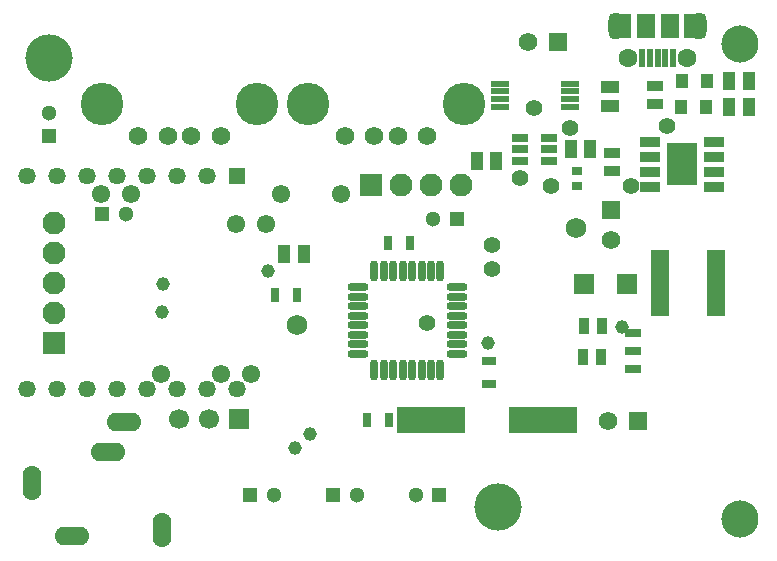
<source format=gts>
G04*
G04 #@! TF.GenerationSoftware,Altium Limited,Altium Designer,23.4.1 (23)*
G04*
G04 Layer_Color=8388736*
%FSLAX25Y25*%
%MOIN*%
G70*
G04*
G04 #@! TF.SameCoordinates,34C706FF-D981-4061-8AA4-72CC7803A1E3*
G04*
G04*
G04 #@! TF.FilePolarity,Negative*
G04*
G01*
G75*
%ADD17C,0.01968*%
%ADD18R,0.06496X0.08071*%
%ADD19R,0.06299X0.22441*%
%ADD20R,0.05512X0.02953*%
%ADD21R,0.03937X0.05906*%
%ADD22R,0.03197X0.02985*%
%ADD23R,0.03740X0.05315*%
%ADD24R,0.04331X0.04724*%
%ADD25R,0.05315X0.03150*%
%ADD26R,0.02165X0.05906*%
%ADD27R,0.02756X0.05118*%
%ADD28R,0.06693X0.06614*%
%ADD29O,0.07087X0.02756*%
%ADD30O,0.02756X0.07087*%
%ADD31R,0.22638X0.08858*%
%ADD32R,0.10484X0.13984*%
%ADD33R,0.06594X0.03347*%
%ADD34R,0.06398X0.02362*%
%ADD35R,0.05118X0.02756*%
%ADD36R,0.05906X0.03937*%
%ADD37R,0.05315X0.03740*%
%ADD38C,0.15748*%
G04:AMPARAMS|DCode=39|XSize=84.65mil|YSize=45.28mil|CornerRadius=12.8mil|HoleSize=0mil|Usage=FLASHONLY|Rotation=270.000|XOffset=0mil|YOffset=0mil|HoleType=Round|Shape=RoundedRectangle|*
%AMROUNDEDRECTD39*
21,1,0.08465,0.01968,0,0,270.0*
21,1,0.05906,0.04528,0,0,270.0*
1,1,0.02559,-0.00984,-0.02953*
1,1,0.02559,-0.00984,0.02953*
1,1,0.02559,0.00984,0.02953*
1,1,0.02559,0.00984,-0.02953*
%
%ADD39ROUNDEDRECTD39*%
%ADD40C,0.14173*%
%ADD41C,0.06299*%
%ADD42C,0.05740*%
%ADD43R,0.05740X0.05740*%
%ADD44C,0.06102*%
%ADD45C,0.06890*%
%ADD46C,0.07677*%
%ADD47R,0.07677X0.07677*%
%ADD48O,0.11614X0.06102*%
%ADD49O,0.06102X0.11614*%
%ADD50C,0.06181*%
%ADD51C,0.06693*%
%ADD52R,0.06693X0.06693*%
%ADD53R,0.05118X0.05118*%
%ADD54C,0.05118*%
%ADD55R,0.06181X0.06181*%
%ADD56C,0.06181*%
%ADD57R,0.07677X0.07677*%
%ADD58R,0.06181X0.06181*%
%ADD59R,0.05118X0.05118*%
%ADD60C,0.04528*%
%ADD61C,0.12402*%
%ADD62C,0.05591*%
G36*
X209495Y180214D02*
X209540Y180203D01*
X209583Y180185D01*
X209623Y180161D01*
X209658Y180131D01*
X209688Y180095D01*
X209713Y180056D01*
X209731Y180013D01*
X209741Y179968D01*
X209745Y179921D01*
Y172441D01*
X209741Y172395D01*
X209731Y172349D01*
X209713Y172307D01*
X209688Y172267D01*
X209658Y172231D01*
X209623Y172201D01*
X209583Y172177D01*
X209540Y172159D01*
X209495Y172148D01*
X209449Y172145D01*
X204331D01*
X204284Y172148D01*
X204239Y172159D01*
X204196Y172177D01*
X204157Y172201D01*
X204121Y172231D01*
X204091Y172267D01*
X204067Y172307D01*
X204049Y172349D01*
X204038Y172395D01*
X204034Y172441D01*
Y174113D01*
X202362D01*
X202316Y174117D01*
X202271Y174128D01*
X202228Y174145D01*
X202188Y174170D01*
X202158Y174196D01*
X202153Y174200D01*
Y174200D01*
X202153D01*
X202148Y174205D01*
X202123Y174235D01*
X202098Y174275D01*
X202081Y174318D01*
X202070Y174363D01*
X202066Y174409D01*
X202066Y177953D01*
Y177953D01*
D01*
X202070Y177999D01*
X202080Y178044D01*
X202098Y178087D01*
X202123Y178127D01*
X202148Y178157D01*
X202153Y178162D01*
X202153D01*
Y178162D01*
X202158Y178167D01*
X202188Y178192D01*
X202228Y178217D01*
X202271Y178234D01*
X202316Y178245D01*
X202362Y178249D01*
D01*
X202362D01*
X204034D01*
Y179921D01*
X204038Y179968D01*
X204049Y180013D01*
X204067Y180056D01*
X204091Y180095D01*
X204121Y180131D01*
X204157Y180161D01*
X204196Y180185D01*
X204239Y180203D01*
X204284Y180214D01*
X204331Y180218D01*
X209449D01*
X209495Y180214D01*
D02*
G37*
G36*
X232723D02*
X232769Y180203D01*
X232812Y180185D01*
X232851Y180161D01*
X232887Y180131D01*
X232917Y180095D01*
X232941Y180056D01*
X232959Y180013D01*
X232970Y179968D01*
X232973Y179921D01*
Y178249D01*
X234646D01*
X234692Y178245D01*
X234737Y178235D01*
X234780Y178217D01*
X234820Y178192D01*
X234850Y178167D01*
X234855Y178162D01*
Y178162D01*
X234855D01*
X234859Y178157D01*
X234885Y178127D01*
X234910Y178087D01*
X234927Y178044D01*
X234938Y177999D01*
X234942Y177953D01*
X234942Y174409D01*
Y174409D01*
D01*
X234938Y174363D01*
X234927Y174318D01*
X234910Y174275D01*
X234885Y174235D01*
X234859Y174205D01*
X234855Y174200D01*
X234855D01*
Y174200D01*
X234850Y174196D01*
X234820Y174170D01*
X234780Y174145D01*
X234737Y174128D01*
X234692Y174117D01*
X234646Y174113D01*
D01*
X234646D01*
X232973D01*
Y172441D01*
X232970Y172395D01*
X232959Y172349D01*
X232941Y172307D01*
X232917Y172267D01*
X232887Y172231D01*
X232851Y172201D01*
X232812Y172177D01*
X232769Y172159D01*
X232723Y172148D01*
X232677Y172145D01*
X227559D01*
X227513Y172148D01*
X227467Y172159D01*
X227425Y172177D01*
X227385Y172201D01*
X227350Y172231D01*
X227319Y172267D01*
X227295Y172307D01*
X227277Y172349D01*
X227267Y172395D01*
X227263Y172441D01*
Y179921D01*
X227267Y179968D01*
X227277Y180013D01*
X227295Y180056D01*
X227319Y180095D01*
X227350Y180131D01*
X227385Y180161D01*
X227425Y180185D01*
X227467Y180203D01*
X227513Y180214D01*
X227559Y180218D01*
X232677D01*
X232723Y180214D01*
D02*
G37*
D17*
X233661Y177953D02*
X233169Y178805D01*
X232185D01*
X231693Y177953D01*
X232185Y177100D01*
X233169D01*
X233661Y177953D01*
Y174409D02*
X233169Y175262D01*
X232185D01*
X231693Y174409D01*
X232185Y173557D01*
X233169D01*
X233661Y174409D01*
X205315Y177953D02*
X204823Y178805D01*
X203839D01*
X203346Y177953D01*
X203839Y177100D01*
X204823D01*
X205315Y177953D01*
Y174409D02*
X204823Y175262D01*
X203839D01*
X203346Y174409D01*
X203839Y173557D01*
X204823D01*
X205315Y174409D01*
D18*
X222441Y176181D02*
D03*
X214567D02*
D03*
D19*
X219390Y90453D02*
D03*
X237894D02*
D03*
D20*
X210138Y61693D02*
D03*
Y67716D02*
D03*
Y73740D02*
D03*
D21*
X189567Y135039D02*
D03*
X196063D02*
D03*
X164665Y131299D02*
D03*
X158169D02*
D03*
X100492Y100295D02*
D03*
X93996D02*
D03*
X242323Y157874D02*
D03*
X248819D02*
D03*
X242323Y149114D02*
D03*
X248819D02*
D03*
D22*
X191535Y122728D02*
D03*
Y127665D02*
D03*
D23*
X193898Y76279D02*
D03*
X199803D02*
D03*
X199606Y65945D02*
D03*
X193701D02*
D03*
D24*
X234449Y149114D02*
D03*
X226181D02*
D03*
X226673Y157874D02*
D03*
X234941D02*
D03*
D25*
X172539Y138779D02*
D03*
Y135039D02*
D03*
Y131299D02*
D03*
X182382D02*
D03*
Y135039D02*
D03*
Y138779D02*
D03*
D26*
X223622Y165551D02*
D03*
X221063D02*
D03*
X218504D02*
D03*
X215945D02*
D03*
X213386D02*
D03*
D27*
X128937Y44882D02*
D03*
X121457D02*
D03*
X90945Y86614D02*
D03*
X98425D02*
D03*
X128543Y103937D02*
D03*
X136024D02*
D03*
D28*
X194035Y90256D02*
D03*
X208130D02*
D03*
D29*
X118504Y66929D02*
D03*
Y70079D02*
D03*
Y73228D02*
D03*
Y76378D02*
D03*
Y79528D02*
D03*
Y82677D02*
D03*
Y85827D02*
D03*
Y88976D02*
D03*
X151575D02*
D03*
Y85827D02*
D03*
Y82677D02*
D03*
Y79528D02*
D03*
Y76378D02*
D03*
Y73228D02*
D03*
Y70079D02*
D03*
Y66929D02*
D03*
D30*
X124016Y94488D02*
D03*
X127165D02*
D03*
X130315D02*
D03*
X133465D02*
D03*
X136614D02*
D03*
X139764D02*
D03*
X142913D02*
D03*
X146063D02*
D03*
Y61417D02*
D03*
X142913D02*
D03*
X139764D02*
D03*
X136614D02*
D03*
X133465D02*
D03*
X130315D02*
D03*
X127165D02*
D03*
X124016D02*
D03*
D31*
X142913Y44882D02*
D03*
X180315D02*
D03*
D32*
X226476Y130020D02*
D03*
D33*
X237154Y137520D02*
D03*
Y132520D02*
D03*
Y127520D02*
D03*
Y122520D02*
D03*
X215799D02*
D03*
Y127520D02*
D03*
Y132520D02*
D03*
Y137520D02*
D03*
D34*
X166071Y156898D02*
D03*
Y154339D02*
D03*
Y151779D02*
D03*
Y149221D02*
D03*
X189205D02*
D03*
Y151779D02*
D03*
Y154339D02*
D03*
Y156898D02*
D03*
D35*
X162205Y64370D02*
D03*
Y56890D02*
D03*
D36*
X202756Y155807D02*
D03*
Y149311D02*
D03*
D37*
X217520Y156102D02*
D03*
Y150197D02*
D03*
X203346Y133760D02*
D03*
Y127854D02*
D03*
D38*
X165354Y15748D02*
D03*
X15748Y165354D02*
D03*
D39*
X232283Y176181D02*
D03*
X204724D02*
D03*
D40*
X153819Y150039D02*
D03*
X102087D02*
D03*
X84921Y150079D02*
D03*
X33189D02*
D03*
D41*
X228346Y165551D02*
D03*
X208661D02*
D03*
D42*
X48307Y126051D02*
D03*
X38307D02*
D03*
X48307Y55051D02*
D03*
X38307D02*
D03*
X28307Y126051D02*
D03*
X58307D02*
D03*
Y55051D02*
D03*
X28307D02*
D03*
X68307Y126051D02*
D03*
Y55051D02*
D03*
X18307Y126051D02*
D03*
Y55051D02*
D03*
X78307D02*
D03*
X8307Y126051D02*
D03*
Y55051D02*
D03*
D43*
X78307Y126051D02*
D03*
D44*
X87795Y110236D02*
D03*
X77795D02*
D03*
X52795Y60236D02*
D03*
X72795D02*
D03*
X82795D02*
D03*
X42795Y120236D02*
D03*
X92795D02*
D03*
X112795D02*
D03*
X32795D02*
D03*
D45*
X98425Y76378D02*
D03*
X191240Y108957D02*
D03*
D46*
X142795Y123228D02*
D03*
X132795D02*
D03*
X152795D02*
D03*
X17323Y110551D02*
D03*
Y80551D02*
D03*
Y90551D02*
D03*
Y100551D02*
D03*
D47*
X122795Y123228D02*
D03*
D48*
X23425Y6102D02*
D03*
X40748Y44291D02*
D03*
X35236Y34055D02*
D03*
D49*
X53347Y8071D02*
D03*
X10039Y23819D02*
D03*
D50*
X72835Y139409D02*
D03*
X45276D02*
D03*
X62992D02*
D03*
X55118D02*
D03*
X124016Y139370D02*
D03*
X131890D02*
D03*
X114173D02*
D03*
X141732D02*
D03*
D51*
X59055Y45276D02*
D03*
X69055D02*
D03*
D52*
X79055D02*
D03*
D53*
X33366Y113484D02*
D03*
X151575Y111811D02*
D03*
X110236Y19685D02*
D03*
X145669D02*
D03*
X82677D02*
D03*
D54*
X41240Y113484D02*
D03*
X143701Y111811D02*
D03*
X15748Y147244D02*
D03*
X118110Y19685D02*
D03*
X137795D02*
D03*
X90551D02*
D03*
D55*
X202953Y114842D02*
D03*
D56*
Y104842D02*
D03*
X202087Y44488D02*
D03*
X175197Y170866D02*
D03*
D57*
X17323Y70551D02*
D03*
D58*
X212087Y44488D02*
D03*
X185197Y170866D02*
D03*
D59*
X15748Y139370D02*
D03*
D60*
X97441Y35433D02*
D03*
X206693Y75787D02*
D03*
X88583Y94488D02*
D03*
X102539Y40074D02*
D03*
X53150Y80709D02*
D03*
X53754Y90171D02*
D03*
X161811Y70472D02*
D03*
D61*
X246063Y11811D02*
D03*
Y170276D02*
D03*
D62*
X221457Y142717D02*
D03*
X141495Y77261D02*
D03*
X163309Y95254D02*
D03*
X163287Y103051D02*
D03*
X172539Y125591D02*
D03*
X182972Y122736D02*
D03*
X177165Y148721D02*
D03*
X209646Y122736D02*
D03*
X189173Y142224D02*
D03*
M02*

</source>
